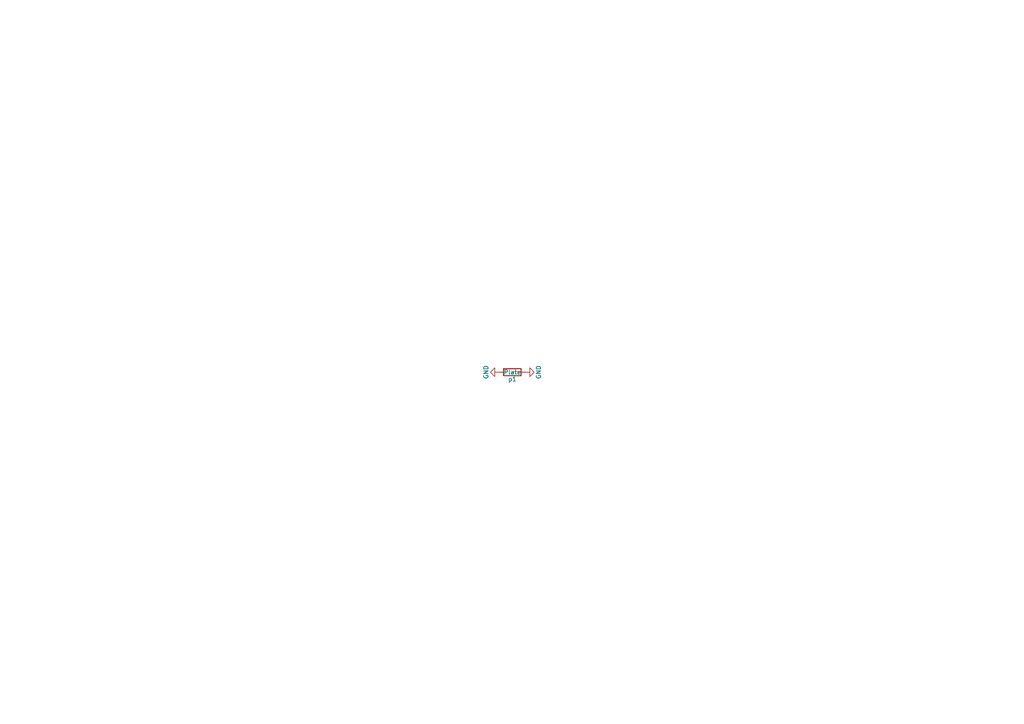
<source format=kicad_sch>
(kicad_sch (version 20230121) (generator eeschema)
  (paper "A4")
  (lib_symbols
    (symbol "Device:R" (pin_numbers hide) (pin_names (offset 0))
      (property "Reference" "R" (at 2.032 0 90))
      (property "Value" "R" (at 0 0 90))
      (symbol "R_0_1"
        (rectangle (start -1.016 -2.54) (end 1.016 2.54) (stroke (width 0.254)))
      )
      (symbol "R_1_1"
        (pin passive line (at 0 3.81 270) (length 1.27) (name "~") (number "1"))
        (pin passive line (at 0 -3.81 90) (length 1.27) (name "~") (number "2"))
      )
    )
    (symbol "power:GND" (power) (pin_names (offset 0))
      (property "Value" "GND" (at 0 -3.81 0))
      (symbol "GND_0_1"
        (polyline (pts (xy 0 0) (xy 0 -1.27) (xy 1.27 -1.27) (xy 0 -2.54) (xy -1.27 -1.27) (xy 0 -1.27)))
      )
      (symbol "GND_1_1"
        (pin power_in line (at 0 0 270) (length 0) hide (name "GND") (number "1"))
      )
    )
  )
  (symbol (lib_id "Device:R") (at 148.59 107.95 270) (unit 1)
    (property "Reference" "p1" (at 148.59 109.982 90))
    (property "Value" "Plate" (at 148.59 107.95 90))
    (property "Footprint" "locallib:Outline" (effects hide))
  )
  (symbol (lib_id "power:GND") (at 144.78 107.95 270) (unit 1)
    (property "Reference" "#PWR01" (effects hide))
    (property "Value" "GND" (at 140.97 107.95 0))
  )
  (symbol (lib_id "power:GND") (at 152.4 107.95 90) (unit 1)
    (property "Reference" "#PWR02" (effects hide))
    (property "Value" "GND" (at 156.21 107.95 0))
  )
)
</source>
